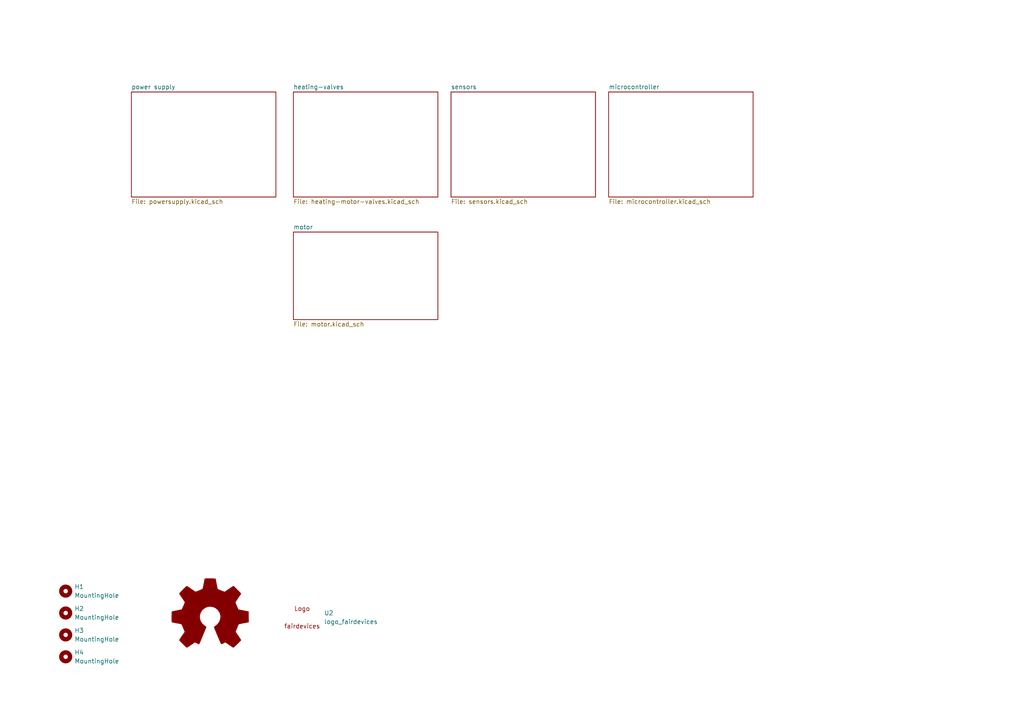
<source format=kicad_sch>
(kicad_sch (version 20231120) (generator "eeschema") (generator_version "8.0")
  (paper "A4")
  (lib_symbols
    (symbol "Graphic:Logo_Open_Hardware_Large" (pin_names (offset 1.016))
      (symbol "Logo_Open_Hardware_Large_1_1"
        (polyline (pts (xy 6.731 -8.7122) (xy 6.6294 -8.6614) (xy 6.35 -8.4836) (xy 5.9944 -8.255) (xy 5.5372 -7.9502) (xy 5.1054 -7.6454) (xy 4.7498 -7.4168) (xy 4.4958 -7.239) (xy 4.3942 -7.1882) (xy 4.318 -7.2136) (xy 4.1148 -7.3152) (xy 3.81 -7.4676) (xy 3.6322 -7.5692) (xy 3.3528 -7.6708) (xy 3.2258 -7.6962) (xy 3.2004 -7.6708) (xy 3.0988 -7.4676) (xy 2.9464 -7.0866) (xy 2.7178 -6.604) (xy 2.4892 -6.0452) (xy 2.2352 -5.4356) (xy 1.9558 -4.826) (xy 1.7272 -4.2164) (xy 1.4986 -3.683) (xy 1.3208 -3.2512) (xy 1.2192 -2.9464) (xy 1.1684 -2.8194) (xy 1.1938 -2.794) (xy 1.3208 -2.667) (xy 1.5748 -2.4892) (xy 2.0828 -2.0574) (xy 2.6162 -1.397) (xy 2.921 -0.6604) (xy 3.048 0.1524) (xy 2.9464 0.9144) (xy 2.6416 1.6256) (xy 2.1336 2.286) (xy 1.524 2.7686) (xy 0.8128 3.0734) (xy 0 3.175) (xy -0.762 3.0988) (xy -1.4986 2.794) (xy -2.159 2.286) (xy -2.4384 1.9812) (xy -2.8194 1.3208) (xy -3.048 0.6096) (xy -3.0734 0.4318) (xy -3.0226 -0.3556) (xy -2.794 -1.0922) (xy -2.3876 -1.7526) (xy -1.8288 -2.3114) (xy -1.7526 -2.3622) (xy -1.4732 -2.5654) (xy -1.2954 -2.6924) (xy -1.1684 -2.8194) (xy -2.159 -5.207) (xy -2.3114 -5.588) (xy -2.5908 -6.2484) (xy -2.8194 -6.8072) (xy -3.0226 -7.2644) (xy -3.1496 -7.5692) (xy -3.2258 -7.6708) (xy -3.2258 -7.6962) (xy -3.302 -7.6962) (xy -3.4798 -7.6454) (xy -3.8354 -7.4676) (xy -4.0386 -7.366) (xy -4.2926 -7.239) (xy -4.4196 -7.1882) (xy -4.5212 -7.239) (xy -4.7498 -7.3914) (xy -5.1054 -7.6454) (xy -5.5372 -7.9248) (xy -5.9436 -8.2042) (xy -6.3246 -8.4582) (xy -6.604 -8.636) (xy -6.731 -8.7122) (xy -6.7564 -8.7122) (xy -6.858 -8.636) (xy -7.0866 -8.4582) (xy -7.4168 -8.1534) (xy -7.874 -7.6962) (xy -7.9502 -7.62) (xy -8.3312 -7.239) (xy -8.636 -6.9088) (xy -8.8392 -6.6802) (xy -8.9154 -6.5786) (xy -8.9154 -6.5786) (xy -8.8392 -6.4516) (xy -8.6614 -6.1722) (xy -8.4328 -5.7912) (xy -8.128 -5.3594) (xy -7.3152 -4.191) (xy -7.7724 -3.0988) (xy -7.8994 -2.7686) (xy -8.0772 -2.3622) (xy -8.2042 -2.0828) (xy -8.255 -1.9558) (xy -8.382 -1.905) (xy -8.6614 -1.8542) (xy -9.0932 -1.7526) (xy -9.6266 -1.651) (xy -10.1092 -1.5748) (xy -10.541 -1.4732) (xy -10.8712 -1.4224) (xy -11.0236 -1.397) (xy -11.049 -1.3716) (xy -11.0744 -1.2954) (xy -11.0998 -1.143) (xy -11.0998 -0.889) (xy -11.1252 -0.4572) (xy -11.1252 0.1524) (xy -11.1252 0.2286) (xy -11.0998 0.8128) (xy -11.0998 1.27) (xy -11.0744 1.5494) (xy -11.0744 1.6764) (xy -11.0744 1.6764) (xy -10.922 1.7018) (xy -10.6172 1.778) (xy -10.16 1.8542) (xy -9.652 1.9558) (xy -9.6012 1.9812) (xy -9.0932 2.0828) (xy -8.636 2.159) (xy -8.3312 2.2352) (xy -8.2042 2.286) (xy -8.1788 2.3114) (xy -8.0772 2.5146) (xy -7.9248 2.8448) (xy -7.747 3.2512) (xy -7.5692 3.6576) (xy -7.4168 4.0386) (xy -7.3152 4.318) (xy -7.2898 4.445) (xy -7.2898 4.445) (xy -7.366 4.572) (xy -7.5438 4.826) (xy -7.7978 5.207) (xy -8.128 5.6642) (xy -8.128 5.6896) (xy -8.4328 6.1468) (xy -8.6868 6.5278) (xy -8.8392 6.7818) (xy -8.9154 6.9088) (xy -8.9154 6.9088) (xy -8.8138 7.0358) (xy -8.5852 7.2898) (xy -8.255 7.6454) (xy -7.874 8.0264) (xy -7.747 8.1534) (xy -7.3152 8.5852) (xy -7.0104 8.8646) (xy -6.8326 8.9916) (xy -6.731 9.0424) (xy -6.731 9.0424) (xy -6.604 8.9408) (xy -6.3246 8.763) (xy -5.9436 8.509) (xy -5.4864 8.2042) (xy -5.461 8.1788) (xy -5.0038 7.874) (xy -4.6482 7.62) (xy -4.3688 7.4422) (xy -4.2672 7.3914) (xy -4.2418 7.3914) (xy -4.064 7.4422) (xy -3.7338 7.5438) (xy -3.3528 7.6962) (xy -2.9464 7.874) (xy -2.5654 8.0264) (xy -2.286 8.1534) (xy -2.159 8.2296) (xy -2.159 8.2296) (xy -2.1082 8.382) (xy -2.032 8.7122) (xy -1.9304 9.1694) (xy -1.8288 9.7282) (xy -1.8034 9.8044) (xy -1.7018 10.3378) (xy -1.6256 10.7696) (xy -1.5748 11.0744) (xy -1.524 11.2014) (xy -1.4478 11.2268) (xy -1.1938 11.2522) (xy -0.8128 11.2522) (xy -0.3302 11.2522) (xy 0.1524 11.2522) (xy 0.6604 11.2522) (xy 1.0668 11.2268) (xy 1.3716 11.2014) (xy 1.4986 11.176) (xy 1.4986 11.176) (xy 1.5494 11.0236) (xy 1.6256 10.6934) (xy 1.7018 10.2108) (xy 1.8288 9.6774) (xy 1.8288 9.5758) (xy 1.9304 9.0424) (xy 2.032 8.6106) (xy 2.0828 8.3058) (xy 2.1336 8.2042) (xy 2.159 8.1788) (xy 2.3876 8.0772) (xy 2.7432 7.9248) (xy 3.175 7.747) (xy 4.191 7.3406) (xy 5.461 8.2042) (xy 5.5626 8.2804) (xy 6.0198 8.5852) (xy 6.3754 8.8392) (xy 6.6294 8.9916) (xy 6.7564 9.0424) (xy 6.7564 9.0424) (xy 6.8834 8.9408) (xy 7.1374 8.7122) (xy 7.4676 8.382) (xy 7.8486 7.9756) (xy 8.1534 7.6962) (xy 8.4836 7.3406) (xy 8.7122 7.112) (xy 8.8392 6.9596) (xy 8.8646 6.858) (xy 8.8646 6.8072) (xy 8.7884 6.6802) (xy 8.6106 6.4008) (xy 8.3312 6.0198) (xy 8.0264 5.588) (xy 7.7978 5.207) (xy 7.5184 4.8006) (xy 7.3406 4.4958) (xy 7.2898 4.3434) (xy 7.2898 4.2926) (xy 7.3914 4.0386) (xy 7.5184 3.683) (xy 7.7216 3.2258) (xy 8.1534 2.2352) (xy 8.7884 2.1082) (xy 9.1948 2.0574) (xy 9.7536 1.9304) (xy 10.2616 1.8288) (xy 11.0998 1.6764) (xy 11.1252 -1.3208) (xy 10.9982 -1.3716) (xy 10.8712 -1.397) (xy 10.5664 -1.4732) (xy 10.1346 -1.5494) (xy 9.6266 -1.651) (xy 9.1948 -1.7272) (xy 8.7376 -1.8288) (xy 8.4328 -1.8796) (xy 8.2804 -1.905) (xy 8.255 -1.9558) (xy 8.1534 -2.159) (xy 7.9756 -2.5146) (xy 7.8232 -2.921) (xy 7.6454 -3.3274) (xy 7.493 -3.7338) (xy 7.366 -4.0132) (xy 7.3406 -4.191) (xy 7.3914 -4.2926) (xy 7.5692 -4.5466) (xy 7.7978 -4.9276) (xy 8.1026 -5.3594) (xy 8.4074 -5.7912) (xy 8.6614 -6.1722) (xy 8.8138 -6.4262) (xy 8.89 -6.5532) (xy 8.8646 -6.6548) (xy 8.6868 -6.858) (xy 8.3566 -7.1882) (xy 7.874 -7.6708) (xy 7.7978 -7.747) (xy 7.3914 -8.128) (xy 7.0612 -8.4328) (xy 6.8326 -8.636) (xy 6.731 -8.7122)) (fill (type outline)))
      )
    )
    (symbol "Mechanical:MountingHole" (pin_names (offset 1.016))
      (property "Reference" "H" (at 0 5.08 0))
      (property "Value" "MountingHole" (at 0 3.175 0))
      (symbol "MountingHole_0_1"
        (circle (center 0 0) (radius 1.27) (stroke (width 1.27)))
      )
    )
    (symbol "fairdevices:logo_fairdevices"
      (property "Reference" "U" (at 0 0 0))
      (property "Value" "logo_fairdevices" (at 0 0 0))
      (symbol "logo_fairdevices_0_0"
        (text "fairdevices" (at 0 -2.54 0) (effects (font (size 1.27 1.27))))
        (text "Logo" (at 0 2.54 0) (effects (font (size 1.27 1.27))))
      )
    )
  )
  (symbol (lib_id "Graphic:Logo_Open_Hardware_Large") (at 60.96 179.07 0) (unit 1)
    (property "Reference" "#LOGO1" (effects (hide yes)))
    (property "Value" "Logo_Open_Hardware_Large" (effects (hide yes)))
  )
  (symbol (lib_id "Mechanical:MountingHole") (at 19.05 177.8 0) (unit 1)
    (property "Reference" "H2" (at 21.59 176.5299 0) (effects (justify left)))
    (property "Value" "MountingHole" (at 21.59 179.0699 0) (effects (justify left)))
    (property "Footprint" "MountingHole:MountingHole_5.3mm_M5_DIN965_Pad_TopBottom" (effects (hide yes)))
  )
  (symbol (lib_id "Mechanical:MountingHole") (at 19.05 190.5 0) (unit 1)
    (property "Reference" "H4" (at 21.59 189.2299 0) (effects (justify left)))
    (property "Value" "MountingHole" (at 21.59 191.7699 0) (effects (justify left)))
    (property "Footprint" "MountingHole:MountingHole_5.3mm_M5_DIN965_Pad_TopBottom" (effects (hide yes)))
  )
  (symbol (lib_id "fairdevices:logo_fairdevices") (at 87.63 179.07 0) (unit 1)
    (property "Reference" "U2" (at 93.98 177.7998 0) (effects (justify left)))
    (property "Value" "logo_fairdevices" (at 93.98 180.3398 0) (effects (justify left)))
  )
  (symbol (lib_id "Mechanical:MountingHole") (at 19.05 184.15 0) (unit 1)
    (property "Reference" "H3" (at 21.59 182.8799 0) (effects (justify left)))
    (property "Value" "MountingHole" (at 21.59 185.4199 0) (effects (justify left)))
    (property "Footprint" "MountingHole:MountingHole_5.3mm_M5_DIN965_Pad_TopBottom" (effects (hide yes)))
  )
  (symbol (lib_id "Mechanical:MountingHole") (at 19.05 171.45 0) (unit 1)
    (property "Reference" "H1" (at 21.59 170.1799 0) (effects (justify left)))
    (property "Value" "MountingHole" (at 21.59 172.7199 0) (effects (justify left)))
    (property "Footprint" "MountingHole:MountingHole_5.3mm_M5_DIN965_Pad_TopBottom" (effects (hide yes)))
  )
  (sheet (at 85.09 26.67) (size 41.91 30.48) (stroke (width 0.1524))
    (property "Sheetname" "heating-valves" (at 85.09 25.9584 0) (effects (justify left bottom)))
    (property "Sheetfile" "heating-motor-valves.kicad_sch" (at 85.09 57.7346 0) (effects (justify left top)))
  )
  (sheet (at 176.53 26.67) (size 41.91 30.48) (stroke (width 0.1524))
    (property "Sheetname" "microcontroller" (at 176.53 25.9584 0) (effects (justify left bottom)))
    (property "Sheetfile" "microcontroller.kicad_sch" (at 176.53 57.7346 0) (effects (justify left top)))
  )
  (sheet (at 130.81 26.67) (size 41.91 30.48) (stroke (width 0.1524))
    (property "Sheetname" "sensors" (at 130.81 25.9584 0) (effects (justify left bottom)))
    (property "Sheetfile" "sensors.kicad_sch" (at 130.81 57.7346 0) (effects (justify left top)))
  )
  (sheet (at 38.1 26.67) (size 41.91 30.48) (stroke (width 0.1524))
    (property "Sheetname" "power supply" (at 38.1 25.9584 0) (effects (justify left bottom)))
    (property "Sheetfile" "powersupply.kicad_sch" (at 38.1 57.7346 0) (effects (justify left top)))
  )
  (sheet (at 85.09 67.31) (size 41.91 25.4) (stroke (width 0.1524))
    (property "Sheetname" "motor" (at 85.09 66.5984 0) (effects (justify left bottom)))
    (property "Sheetfile" "motor.kicad_sch" (at 85.09 93.2946 0) (effects (justify left top)))
  )
)
</source>
